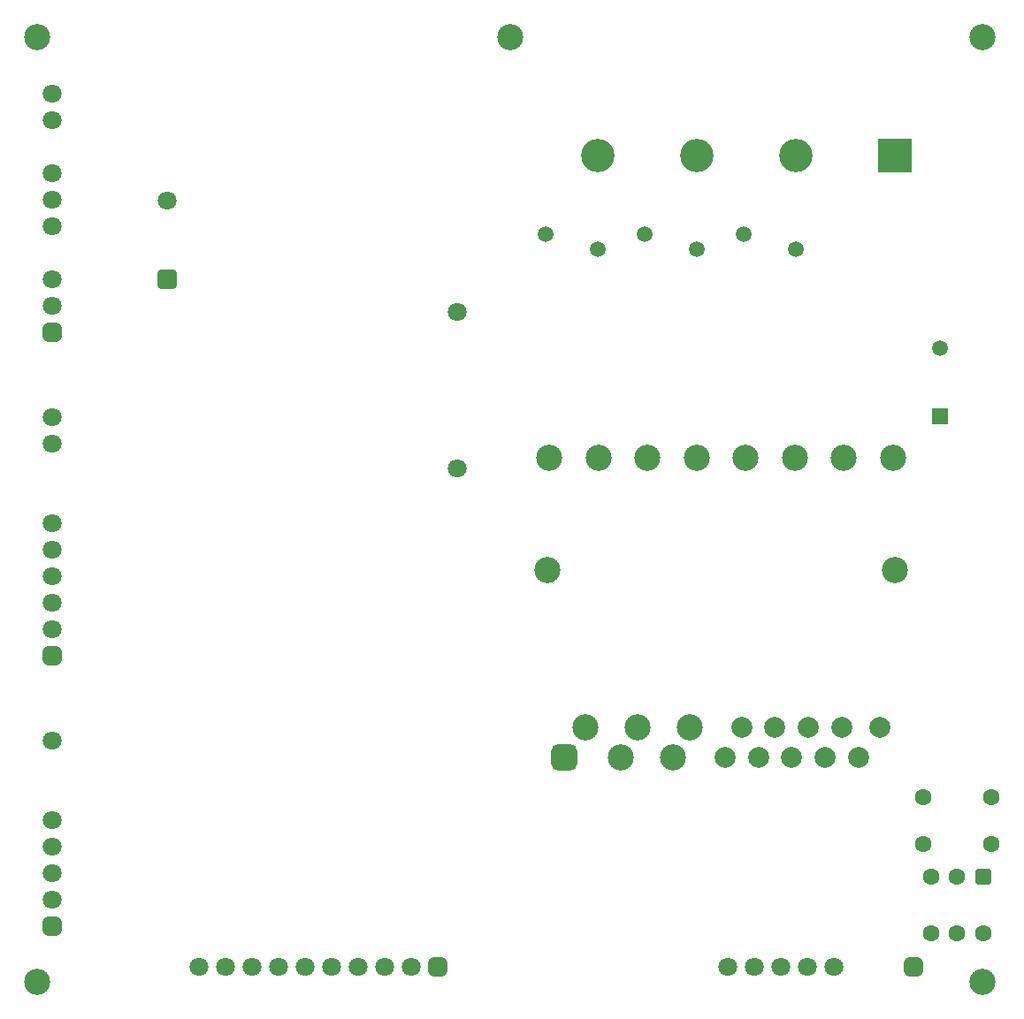
<source format=gbr>
%TF.GenerationSoftware,KiCad,Pcbnew,8.0.2*%
%TF.CreationDate,2024-05-14T20:48:52+07:00*%
%TF.ProjectId,HW.ACIM-INV,48572e41-4349-44d2-9d49-4e562e6b6963,0.0*%
%TF.SameCoordinates,Original*%
%TF.FileFunction,Soldermask,Bot*%
%TF.FilePolarity,Negative*%
%FSLAX46Y46*%
G04 Gerber Fmt 4.6, Leading zero omitted, Abs format (unit mm)*
G04 Created by KiCad (PCBNEW 8.0.2) date 2024-05-14 20:48:52*
%MOMM*%
%LPD*%
G01*
G04 APERTURE LIST*
G04 Aperture macros list*
%AMRoundRect*
0 Rectangle with rounded corners*
0 $1 Rounding radius*
0 $2 $3 $4 $5 $6 $7 $8 $9 X,Y pos of 4 corners*
0 Add a 4 corners polygon primitive as box body*
4,1,4,$2,$3,$4,$5,$6,$7,$8,$9,$2,$3,0*
0 Add four circle primitives for the rounded corners*
1,1,$1+$1,$2,$3*
1,1,$1+$1,$4,$5*
1,1,$1+$1,$6,$7*
1,1,$1+$1,$8,$9*
0 Add four rect primitives between the rounded corners*
20,1,$1+$1,$2,$3,$4,$5,0*
20,1,$1+$1,$4,$5,$6,$7,0*
20,1,$1+$1,$6,$7,$8,$9,0*
20,1,$1+$1,$8,$9,$2,$3,0*%
G04 Aperture macros list end*
%ADD10C,1.500000*%
%ADD11RoundRect,0.250000X0.650000X-0.650000X0.650000X0.650000X-0.650000X0.650000X-0.650000X-0.650000X0*%
%ADD12C,1.800000*%
%ADD13C,2.500000*%
%ADD14RoundRect,0.450000X0.450000X-0.450000X0.450000X0.450000X-0.450000X0.450000X-0.450000X-0.450000X0*%
%ADD15RoundRect,0.450000X0.450000X0.450000X-0.450000X0.450000X-0.450000X-0.450000X0.450000X-0.450000X0*%
%ADD16C,1.600000*%
%ADD17R,3.200000X3.200000*%
%ADD18C,3.200000*%
%ADD19R,1.500000X1.500000*%
%ADD20RoundRect,0.400000X0.400000X0.400000X-0.400000X0.400000X-0.400000X-0.400000X0.400000X-0.400000X0*%
%ADD21RoundRect,0.625000X-0.625000X-0.625000X0.625000X-0.625000X0.625000X0.625000X-0.625000X0.625000X0*%
%ADD22C,2.000000*%
G04 APERTURE END LIST*
D10*
%TO.C,M3*%
X148625000Y-58850000D03*
X153625000Y-60350000D03*
%TD*%
D11*
%TO.C,C75*%
X112450000Y-63178900D03*
D12*
X112450000Y-55678900D03*
%TD*%
D13*
%TO.C,*%
X145250000Y-40000000D03*
%TD*%
%TO.C,*%
X190500000Y-40000000D03*
%TD*%
D12*
%TO.C,C1*%
X140225000Y-66350000D03*
X140225000Y-81350000D03*
%TD*%
D14*
%TO.C,J4*%
X101450000Y-99275200D03*
D12*
X101450000Y-96735200D03*
X101450000Y-94195200D03*
X101450000Y-91655200D03*
X101450000Y-89115200D03*
X101450000Y-86575200D03*
X101450000Y-78955200D03*
X101450000Y-76415200D03*
%TD*%
D15*
%TO.C,J6*%
X138318700Y-129050100D03*
D12*
X135778700Y-129050100D03*
X133238700Y-129050100D03*
X130698700Y-129050100D03*
X128158700Y-129050100D03*
X125618700Y-129050100D03*
X123078700Y-129050100D03*
X120538700Y-129050100D03*
X117998700Y-129050100D03*
X115458700Y-129050100D03*
%TD*%
D10*
%TO.C,M1*%
X167625000Y-58850000D03*
X172625000Y-60350000D03*
%TD*%
D13*
%TO.C,*%
X100000000Y-130500000D03*
%TD*%
%TO.C,*%
X148825000Y-91025000D03*
%TD*%
D16*
%TO.C,BT1*%
X191311100Y-117300100D03*
X184811100Y-117300100D03*
X191311100Y-112800100D03*
X184811100Y-112800100D03*
%TD*%
D10*
%TO.C,M2*%
X158125000Y-58850000D03*
X163125000Y-60350000D03*
%TD*%
D17*
%TO.C,J3*%
X182125000Y-51350000D03*
D18*
X172625000Y-51350000D03*
X163125000Y-51350000D03*
X153625000Y-51350000D03*
%TD*%
D14*
%TO.C,J5*%
X101450000Y-125211100D03*
D12*
X101450000Y-122671100D03*
X101450000Y-120131100D03*
X101450000Y-117591100D03*
X101450000Y-115051100D03*
X101450000Y-107431100D03*
%TD*%
D10*
%TO.C,BZ1*%
X186412500Y-69855000D03*
D19*
X186412500Y-76355000D03*
%TD*%
D13*
%TO.C,*%
X182125000Y-91025000D03*
%TD*%
D15*
%TO.C,J2*%
X183841100Y-129050100D03*
D12*
X176221100Y-129050100D03*
X173681100Y-129050100D03*
X171141100Y-129050100D03*
X168601100Y-129050100D03*
X166061100Y-129050100D03*
%TD*%
D20*
%TO.C,SW1*%
X190561100Y-120450100D03*
D16*
X188061100Y-120450100D03*
X185561100Y-120450100D03*
X190561100Y-125850100D03*
X188061100Y-125850100D03*
X185561100Y-125850100D03*
%TD*%
D14*
%TO.C,J1*%
X101450000Y-68258900D03*
D12*
X101450000Y-65718900D03*
X101450000Y-63178900D03*
X101450000Y-58098900D03*
X101450000Y-55558900D03*
X101450000Y-53018900D03*
X101450000Y-47938900D03*
X101450000Y-45398900D03*
%TD*%
D13*
%TO.C,*%
X190500000Y-130500000D03*
%TD*%
%TO.C,REF\u002A\u002A*%
X100000000Y-40000000D03*
%TD*%
D21*
%TO.C,U1*%
X150425000Y-109050000D03*
D13*
X152425000Y-106150000D03*
X155825000Y-109050000D03*
X157425000Y-106150000D03*
X160825000Y-109050000D03*
X162425000Y-106150000D03*
D22*
X165825000Y-109050000D03*
X167425000Y-106150000D03*
X169025000Y-109050000D03*
X170625000Y-106150000D03*
X172225000Y-109050000D03*
X173825000Y-106150000D03*
X175425000Y-109050000D03*
X177025000Y-106150000D03*
X178625000Y-109050000D03*
X180625000Y-106150000D03*
D13*
X181925000Y-80350000D03*
X177225000Y-80350000D03*
X172525000Y-80350000D03*
X167825000Y-80350000D03*
X163125000Y-80350000D03*
X158425000Y-80350000D03*
X153725000Y-80350000D03*
X149025000Y-80350000D03*
%TD*%
M02*

</source>
